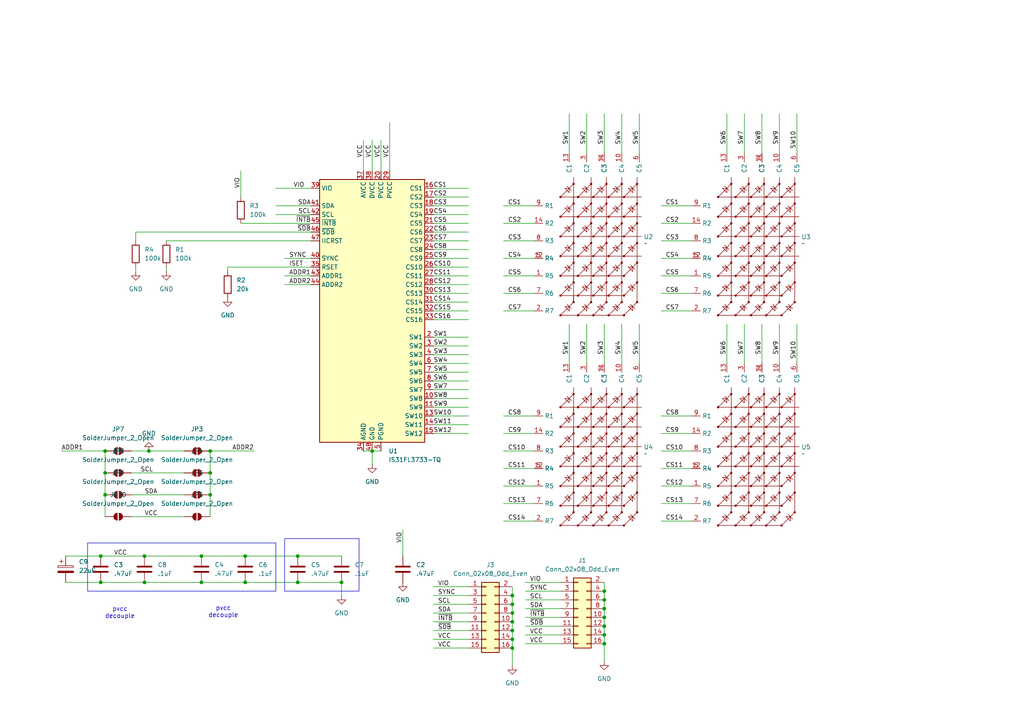
<source format=kicad_sch>
(kicad_sch (version 20231120) (generator "eeschema") (generator_version "8.0")
  (paper "A4")
  (lib_symbols
    (symbol "Connector_Generic:Conn_02x08_Odd_Even" (pin_names (offset 1.016) hide)
      (property "Reference" "J" (at 1.27 10.16 0))
      (property "Value" "Conn_02x08_Odd_Even" (at 1.27 -12.7 0))
      (symbol "Conn_02x08_Odd_Even_1_1"
        (rectangle (start -1.27 -10.033) (end 0 -10.287) (stroke (width 0.1524)))
        (rectangle (start -1.27 -7.493) (end 0 -7.747) (stroke (width 0.1524)))
        (rectangle (start -1.27 -4.953) (end 0 -5.207) (stroke (width 0.1524)))
        (rectangle (start -1.27 -2.413) (end 0 -2.667) (stroke (width 0.1524)))
        (rectangle (start -1.27 0.127) (end 0 -0.127) (stroke (width 0.1524)))
        (rectangle (start -1.27 2.667) (end 0 2.413) (stroke (width 0.1524)))
        (rectangle (start -1.27 5.207) (end 0 4.953) (stroke (width 0.1524)))
        (rectangle (start -1.27 7.747) (end 0 7.493) (stroke (width 0.1524)))
        (rectangle (start -1.27 8.89) (end 3.81 -11.43) (stroke (width 0.254)) (fill (type background)))
        (rectangle (start 3.81 -10.033) (end 2.54 -10.287) (stroke (width 0.1524)))
        (rectangle (start 3.81 -7.493) (end 2.54 -7.747) (stroke (width 0.1524)))
        (rectangle (start 3.81 -4.953) (end 2.54 -5.207) (stroke (width 0.1524)))
        (rectangle (start 3.81 -2.413) (end 2.54 -2.667) (stroke (width 0.1524)))
        (rectangle (start 3.81 0.127) (end 2.54 -0.127) (stroke (width 0.1524)))
        (rectangle (start 3.81 2.667) (end 2.54 2.413) (stroke (width 0.1524)))
        (rectangle (start 3.81 5.207) (end 2.54 4.953) (stroke (width 0.1524)))
        (rectangle (start 3.81 7.747) (end 2.54 7.493) (stroke (width 0.1524)))
        (pin passive line (at -5.08 7.62 0) (length 3.81) (name "Pin_1") (number "1"))
        (pin passive line (at 7.62 -2.54 180) (length 3.81) (name "Pin_10") (number "10"))
        (pin passive line (at -5.08 -5.08 0) (length 3.81) (name "Pin_11") (number "11"))
        (pin passive line (at 7.62 -5.08 180) (length 3.81) (name "Pin_12") (number "12"))
        (pin passive line (at -5.08 -7.62 0) (length 3.81) (name "Pin_13") (number "13"))
        (pin passive line (at 7.62 -7.62 180) (length 3.81) (name "Pin_14") (number "14"))
        (pin passive line (at -5.08 -10.16 0) (length 3.81) (name "Pin_15") (number "15"))
        (pin passive line (at 7.62 -10.16 180) (length 3.81) (name "Pin_16") (number "16"))
        (pin passive line (at 7.62 7.62 180) (length 3.81) (name "Pin_2") (number "2"))
        (pin passive line (at -5.08 5.08 0) (length 3.81) (name "Pin_3") (number "3"))
        (pin passive line (at 7.62 5.08 180) (length 3.81) (name "Pin_4") (number "4"))
        (pin passive line (at -5.08 2.54 0) (length 3.81) (name "Pin_5") (number "5"))
        (pin passive line (at 7.62 2.54 180) (length 3.81) (name "Pin_6") (number "6"))
        (pin passive line (at -5.08 0 0) (length 3.81) (name "Pin_7") (number "7"))
        (pin passive line (at 7.62 0 180) (length 3.81) (name "Pin_8") (number "8"))
        (pin passive line (at -5.08 -2.54 0) (length 3.81) (name "Pin_9") (number "9"))
      )
    )
    (symbol "Device:C" (pin_numbers hide) (pin_names (offset 0.254))
      (property "Reference" "C" (at 0.635 2.54 0))
      (property "Value" "C" (at 0.635 -2.54 0))
      (symbol "C_0_1"
        (polyline (pts (xy -2.032 -0.762) (xy 2.032 -0.762)) (stroke (width 0.508)))
        (polyline (pts (xy -2.032 0.762) (xy 2.032 0.762)) (stroke (width 0.508)))
      )
      (symbol "C_1_1"
        (pin passive line (at 0 3.81 270) (length 2.794) (name "~") (number "1"))
        (pin passive line (at 0 -3.81 90) (length 2.794) (name "~") (number "2"))
      )
    )
    (symbol "Device:C_Polarized" (pin_numbers hide) (pin_names (offset 0.254))
      (property "Reference" "C" (at 0.635 2.54 0))
      (property "Value" "C_Polarized" (at 0.635 -2.54 0))
      (symbol "C_Polarized_0_1"
        (rectangle (start -2.286 0.508) (end 2.286 1.016))
        (polyline (pts (xy -1.778 2.286) (xy -0.762 2.286)))
        (polyline (pts (xy -1.27 2.794) (xy -1.27 1.778)))
        (rectangle (start 2.286 -0.508) (end -2.286 -1.016) (fill (type outline)))
      )
      (symbol "C_Polarized_1_1"
        (pin passive line (at 0 3.81 270) (length 2.794) (name "~") (number "1"))
        (pin passive line (at 0 -3.81 90) (length 2.794) (name "~") (number "2"))
      )
    )
    (symbol "Device:R" (pin_numbers hide) (pin_names (offset 0))
      (property "Reference" "R" (at 2.032 0 90))
      (property "Value" "R" (at 0 0 90))
      (symbol "R_0_1"
        (rectangle (start -1.016 -2.54) (end 1.016 2.54) (stroke (width 0.254)))
      )
      (symbol "R_1_1"
        (pin passive line (at 0 3.81 270) (length 1.27) (name "~") (number "1"))
        (pin passive line (at 0 -3.81 90) (length 1.27) (name "~") (number "2"))
      )
    )
    (symbol "Driver_LED:IS31FL3733-TQ"
      (property "Reference" "U" (at 0 1.27 0))
      (property "Value" "IS31FL3733-TQ" (at 0 -1.27 0))
      (symbol "IS31FL3733-TQ_0_1"
        (rectangle (start -15.24 38.1) (end 15.24 -38.1) (stroke (width 0.254)) (fill (type background)))
      )
      (symbol "IS31FL3733-TQ_1_1"
        (pin no_connect line (at -15.24 -33.02 0) (length 2.54) hide (name "NC") (number "1"))
        (pin input line (at 17.78 -25.4 180) (length 2.54) (name "SW8") (number "10"))
        (pin input line (at 17.78 -27.94 180) (length 2.54) (name "SW9") (number "11"))
        (pin passive line (at 2.54 -40.64 90) (length 2.54) hide (name "PGND") (number "12"))
        (pin input line (at 17.78 -30.48 180) (length 2.54) (name "SW10") (number "13"))
        (pin input line (at 17.78 -33.02 180) (length 2.54) (name "SW11") (number "14"))
        (pin input line (at 17.78 -35.56 180) (length 2.54) (name "SW12") (number "15"))
        (pin output line (at 17.78 35.56 180) (length 2.54) (name "CS1") (number "16"))
        (pin output line (at 17.78 33.02 180) (length 2.54) (name "CS2") (number "17"))
        (pin output line (at 17.78 30.48 180) (length 2.54) (name "CS3") (number "18"))
        (pin output line (at 17.78 27.94 180) (length 2.54) (name "CS4") (number "19"))
        (pin input line (at 17.78 -7.62 180) (length 2.54) (name "SW1") (number "2"))
        (pin power_in line (at 2.54 40.64 270) (length 2.54) (name "PVCC") (number "20"))
        (pin output line (at 17.78 25.4 180) (length 2.54) (name "CS5") (number "21"))
        (pin output line (at 17.78 22.86 180) (length 2.54) (name "CS6") (number "22"))
        (pin output line (at 17.78 20.32 180) (length 2.54) (name "CS7") (number "23"))
        (pin output line (at 17.78 17.78 180) (length 2.54) (name "CS8") (number "24"))
        (pin output line (at 17.78 15.24 180) (length 2.54) (name "CS9") (number "25"))
        (pin output line (at 17.78 12.7 180) (length 2.54) (name "CS10") (number "26"))
        (pin output line (at 17.78 10.16 180) (length 2.54) (name "CS11") (number "27"))
        (pin output line (at 17.78 7.62 180) (length 2.54) (name "CS12") (number "28"))
        (pin power_in line (at 5.08 40.64 270) (length 2.54) (name "PVCC") (number "29"))
        (pin input line (at 17.78 -10.16 180) (length 2.54) (name "SW2") (number "3"))
        (pin output line (at 17.78 5.08 180) (length 2.54) (name "CS13") (number "30"))
        (pin output line (at 17.78 2.54 180) (length 2.54) (name "CS14") (number "31"))
        (pin output line (at 17.78 0 180) (length 2.54) (name "CS15") (number "32"))
        (pin output line (at 17.78 -2.54 180) (length 2.54) (name "CS16") (number "33"))
        (pin power_in line (at -2.54 -40.64 90) (length 2.54) (name "AGND") (number "34"))
        (pin passive line (at -17.78 12.7 0) (length 2.54) (name "RSET") (number "35"))
        (pin no_connect line (at -15.24 -35.56 0) (length 2.54) hide (name "NC") (number "36"))
        (pin power_in line (at -2.54 40.64 270) (length 2.54) (name "AVCC") (number "37"))
        (pin power_in line (at 0 40.64 270) (length 2.54) (name "DVCC") (number "38"))
        (pin input line (at -17.78 35.56 0) (length 2.54) (name "VIO") (number "39"))
        (pin input line (at 17.78 -12.7 180) (length 2.54) (name "SW3") (number "4"))
        (pin input line (at -17.78 15.24 0) (length 2.54) (name "SYNC") (number "40"))
        (pin bidirectional line (at -17.78 30.48 0) (length 2.54) (name "SDA") (number "41"))
        (pin input line (at -17.78 27.94 0) (length 2.54) (name "SCL") (number "42"))
        (pin input line (at -17.78 10.16 0) (length 2.54) (name "ADDR1") (number "43"))
        (pin input line (at -17.78 7.62 0) (length 2.54) (name "ADDR2") (number "44"))
        (pin open_collector line (at -17.78 25.4 0) (length 2.54) (name "~{INTB}") (number "45"))
        (pin input line (at -17.78 22.86 0) (length 2.54) (name "~{SDB}") (number "46"))
        (pin input line (at -17.78 20.32 0) (length 2.54) (name "IICRST") (number "47"))
        (pin power_in line (at 0 -40.64 90) (length 2.54) (name "GND") (number "48"))
        (pin passive line (at 0 -40.64 90) (length 2.54) hide (name "GND") (number "49"))
        (pin power_in line (at 2.54 -40.64 90) (length 2.54) (name "PGND") (number "5"))
        (pin input line (at 17.78 -15.24 180) (length 2.54) (name "SW4") (number "6"))
        (pin input line (at 17.78 -17.78 180) (length 2.54) (name "SW5") (number "7"))
        (pin input line (at 17.78 -20.32 180) (length 2.54) (name "SW6") (number "8"))
        (pin input line (at 17.78 -22.86 180) (length 2.54) (name "SW7") (number "9"))
      )
    )
    (symbol "Jumper:SolderJumper_2_Open" (pin_numbers hide) (pin_names (offset 0) hide) (exclude_from_sim yes) (in_bom no)
      (property "Reference" "JP" (at 0 2.032 0))
      (property "Value" "SolderJumper_2_Open" (at 0 -2.54 0))
      (symbol "SolderJumper_2_Open_0_1"
        (arc (start -0.254 1.016) (mid -1.2656 0) (end -0.254 -1.016))
        (arc (start -0.254 1.016) (mid -1.2656 0) (end -0.254 -1.016) (fill (type outline)))
        (polyline (pts (xy -0.254 1.016) (xy -0.254 -1.016)))
        (polyline (pts (xy 0.254 1.016) (xy 0.254 -1.016)))
        (arc (start 0.254 -1.016) (mid 1.2656 0) (end 0.254 1.016))
        (arc (start 0.254 -1.016) (mid 1.2656 0) (end 0.254 1.016) (fill (type outline)))
      )
      (symbol "SolderJumper_2_Open_1_1"
        (pin passive line (at -3.81 0 0) (length 2.54) (name "A") (number "1"))
        (pin passive line (at 3.81 0 180) (length 2.54) (name "B") (number "2"))
      )
    )
    (symbol "ledmatrix:lptl21157agbw2"
      (property "Reference" "U" (at 0 0 0))
      (symbol "lptl21157agbw2_0_1"
        (polyline (pts (xy -21.59 6.35) (xy -19.05 8.89)))
        (polyline (pts (xy -21.59 6.35) (xy -3.175 6.35)))
        (polyline (pts (xy -21.59 12.065) (xy -19.05 14.605)))
        (polyline (pts (xy -21.59 12.065) (xy -3.175 12.065)))
        (polyline (pts (xy -21.59 17.78) (xy -19.05 20.32)))
        (polyline (pts (xy -21.59 17.78) (xy -3.175 17.78)))
        (polyline (pts (xy -21.59 23.495) (xy -19.05 26.035)))
        (polyline (pts (xy -21.59 23.495) (xy 1.905 23.495)))
        (polyline (pts (xy -21.59 29.21) (xy -19.05 31.75)))
        (polyline (pts (xy -21.59 29.21) (xy 1.905 29.21)))
        (polyline (pts (xy -21.59 34.925) (xy -19.05 37.465)))
        (polyline (pts (xy -21.59 34.925) (xy 1.905 34.925)))
        (polyline (pts (xy -21.59 40.64) (xy -19.05 43.18)))
        (polyline (pts (xy -21.59 40.64) (xy 1.905 40.64)))
        (polyline (pts (xy -19.685 9.525) (xy -18.415 8.255)))
        (polyline (pts (xy -19.685 15.24) (xy -18.415 13.97)))
        (polyline (pts (xy -19.685 20.955) (xy -18.415 19.685)))
        (polyline (pts (xy -19.685 26.67) (xy -18.415 25.4)))
        (polyline (pts (xy -19.685 32.385) (xy -18.415 31.115)))
        (polyline (pts (xy -19.685 38.1) (xy -18.415 36.83)))
        (polyline (pts (xy -19.685 43.815) (xy -18.415 42.545)))
        (polyline (pts (xy -17.78 44.45) (xy -17.78 10.16)))
        (polyline (pts (xy -16.51 6.35) (xy -13.97 8.89)))
        (polyline (pts (xy -16.51 12.065) (xy -13.97 14.605)))
        (polyline (pts (xy -16.51 17.78) (xy -13.97 20.32)))
        (polyline (pts (xy -16.51 23.495) (xy -13.97 26.035)))
        (polyline (pts (xy -16.51 29.21) (xy -13.97 31.75)))
        (polyline (pts (xy -16.51 34.925) (xy -13.97 37.465)))
        (polyline (pts (xy -16.51 40.64) (xy -13.97 43.18)))
        (polyline (pts (xy -14.605 9.525) (xy -13.335 8.255)))
        (polyline (pts (xy -14.605 15.24) (xy -13.335 13.97)))
        (polyline (pts (xy -14.605 20.955) (xy -13.335 19.685)))
        (polyline (pts (xy -14.605 26.67) (xy -13.335 25.4)))
        (polyline (pts (xy -14.605 32.385) (xy -13.335 31.115)))
        (polyline (pts (xy -14.605 38.1) (xy -13.335 36.83)))
        (polyline (pts (xy -14.605 43.815) (xy -13.335 42.545)))
        (polyline (pts (xy -13.97 8.89) (xy -12.7 10.16)))
        (polyline (pts (xy -13.97 14.605) (xy -12.7 15.875)))
        (polyline (pts (xy -13.97 20.32) (xy -12.7 21.59)))
        (polyline (pts (xy -13.97 26.035) (xy -12.7 27.305)))
        (polyline (pts (xy -13.97 31.75) (xy -12.7 33.02)))
        (polyline (pts (xy -13.97 37.465) (xy -12.7 38.735)))
        (polyline (pts (xy -13.97 43.18) (xy -12.7 44.45)))
        (polyline (pts (xy -12.7 46.355) (xy -12.7 10.16)))
        (polyline (pts (xy -12.065 6.35) (xy -9.525 8.89)))
        (polyline (pts (xy -12.065 12.065) (xy -9.525 14.605)))
        (polyline (pts (xy -12.065 17.78) (xy -9.525 20.32)))
        (polyline (pts (xy -12.065 23.495) (xy -9.525 26.035)))
        (polyline (pts (xy -12.065 29.21) (xy -9.525 31.75)))
        (polyline (pts (xy -12.065 34.925) (xy -9.525 37.465)))
        (polyline (pts (xy -12.065 40.64) (xy -9.525 43.18)))
        (polyline (pts (xy -10.16 9.525) (xy -8.89 8.255)))
        (polyline (pts (xy -10.16 15.24) (xy -8.89 13.97)))
        (polyline (pts (xy -10.16 20.955) (xy -8.89 19.685)))
        (polyline (pts (xy -10.16 26.67) (xy -8.89 25.4)))
        (polyline (pts (xy -10.16 32.385) (xy -8.89 31.115)))
        (polyline (pts (xy -10.16 38.1) (xy -8.89 36.83)))
        (polyline (pts (xy -10.16 43.815) (xy -8.89 42.545)))
        (polyline (pts (xy -9.525 8.89) (xy -8.255 10.16)))
        (polyline (pts (xy -9.525 14.605) (xy -8.255 15.875)))
        (polyline (pts (xy -9.525 20.32) (xy -8.255 21.59)))
        (polyline (pts (xy -9.525 26.035) (xy -8.255 27.305)))
        (polyline (pts (xy -9.525 31.75) (xy -8.255 33.02)))
        (polyline (pts (xy -9.525 37.465) (xy -8.255 38.735)))
        (polyline (pts (xy -9.525 43.18) (xy -8.255 44.45)))
        (polyline (pts (xy -8.255 46.355) (xy -8.255 10.16)))
        (polyline (pts (xy -7.62 6.35) (xy -5.08 8.89)))
        (polyline (pts (xy -7.62 12.065) (xy -5.08 14.605)))
        (polyline (pts (xy -7.62 17.78) (xy -5.08 20.32)))
        (polyline (pts (xy -7.62 23.495) (xy -5.08 26.035)))
        (polyline (pts (xy -7.62 29.21) (xy -5.08 31.75)))
        (polyline (pts (xy -7.62 34.925) (xy -5.08 37.465)))
        (polyline (pts (xy -7.62 40.64) (xy -5.08 43.18)))
        (polyline (pts (xy -5.715 9.525) (xy -4.445 8.255)))
        (polyline (pts (xy -5.715 15.24) (xy -4.445 13.97)))
        (polyline (pts (xy -5.715 20.955) (xy -4.445 19.685)))
        (polyline (pts (xy -5.715 26.67) (xy -4.445 25.4)))
        (polyline (pts (xy -5.715 32.385) (xy -4.445 31.115)))
        (polyline (pts (xy -5.715 38.1) (xy -4.445 36.83)))
        (polyline (pts (xy -5.715 43.815) (xy -4.445 42.545)))
        (polyline (pts (xy -5.08 8.89) (xy -3.81 10.16)))
        (polyline (pts (xy -5.08 14.605) (xy -3.81 15.875)))
        (polyline (pts (xy -5.08 20.32) (xy -3.81 21.59)))
        (polyline (pts (xy -5.08 26.035) (xy -3.81 27.305)))
        (polyline (pts (xy -5.08 31.75) (xy -3.81 33.02)))
        (polyline (pts (xy -5.08 37.465) (xy -3.81 38.735)))
        (polyline (pts (xy -5.08 43.18) (xy -3.81 44.45)))
        (polyline (pts (xy -3.81 46.355) (xy -3.81 10.16)))
        (polyline (pts (xy -3.175 6.35) (xy -0.635 8.89)))
        (polyline (pts (xy -3.175 12.065) (xy -0.635 14.605)))
        (polyline (pts (xy -3.175 17.78) (xy -0.635 20.32)))
        (polyline (pts (xy -3.175 23.495) (xy -0.635 26.035)))
        (polyline (pts (xy -3.175 29.21) (xy -0.635 31.75)))
        (polyline (pts (xy -3.175 34.925) (xy -0.635 37.465)))
        (polyline (pts (xy -3.175 40.64) (xy -0.635 43.18)))
        (polyline (pts (xy -1.27 9.525) (xy 0 8.255)))
        (polyline (pts (xy -1.27 15.24) (xy 0 13.97)))
        (polyline (pts (xy -1.27 20.955) (xy 0 19.685)))
        (polyline (pts (xy -1.27 26.67) (xy 0 25.4)))
        (polyline (pts (xy -1.27 32.385) (xy 0 31.115)))
        (polyline (pts (xy -1.27 38.1) (xy 0 36.83)))
        (polyline (pts (xy -1.27 43.815) (xy 0 42.545)))
        (polyline (pts (xy -0.635 8.89) (xy 0.635 10.16)))
        (polyline (pts (xy -0.635 14.605) (xy 0.635 15.875)))
        (polyline (pts (xy -0.635 20.32) (xy 0.635 21.59)))
        (polyline (pts (xy -0.635 26.035) (xy 0.635 27.305)))
        (polyline (pts (xy -0.635 31.75) (xy 0.635 33.02)))
        (polyline (pts (xy -0.635 37.465) (xy 0.635 38.735)))
        (polyline (pts (xy -0.635 43.18) (xy 0.635 44.45)))
        (polyline (pts (xy 0.635 46.355) (xy 0.635 10.16)))
        (polyline (pts (xy -19.05 8.89) (xy -17.78 10.16) (xy -17.78 12.065)))
        (polyline (pts (xy -19.05 14.605) (xy -17.78 15.875) (xy -17.78 17.78)))
        (polyline (pts (xy -19.05 20.32) (xy -17.78 21.59) (xy -17.78 23.495)))
        (polyline (pts (xy -19.05 26.035) (xy -17.78 27.305) (xy -17.78 29.21)))
        (polyline (pts (xy -19.05 31.75) (xy -17.78 33.02) (xy -17.78 34.925)))
        (polyline (pts (xy -19.05 37.465) (xy -17.78 38.735) (xy -17.78 40.64)))
        (polyline (pts (xy -19.05 43.18) (xy -17.78 44.45) (xy -17.78 46.355)))
        (polyline (pts (xy -20.32 8.89) (xy -19.05 7.62) (xy -19.05 8.89) (xy -20.32 8.89)))
        (polyline (pts (xy -20.32 14.605) (xy -19.05 13.335) (xy -19.05 14.605) (xy -20.32 14.605)))
        (polyline (pts (xy -20.32 20.32) (xy -19.05 19.05) (xy -19.05 20.32) (xy -20.32 20.32)))
        (polyline (pts (xy -20.32 26.035) (xy -19.05 24.765) (xy -19.05 26.035) (xy -20.32 26.035)))
        (polyline (pts (xy -20.32 31.75) (xy -19.05 30.48) (xy -19.05 31.75) (xy -20.32 31.75)))
        (polyline (pts (xy -20.32 37.465) (xy -19.05 36.195) (xy -19.05 37.465) (xy -20.32 37.465)))
        (polyline (pts (xy -20.32 43.18) (xy -19.05 41.91) (xy -19.05 43.18) (xy -20.32 43.18)))
        (polyline (pts (xy -15.24 8.89) (xy -13.97 7.62) (xy -13.97 8.89) (xy -15.24 8.89)))
        (polyline (pts (xy -15.24 14.605) (xy -13.97 13.335) (xy -13.97 14.605) (xy -15.24 14.605)))
        (polyline (pts (xy -15.24 20.32) (xy -13.97 19.05) (xy -13.97 20.32) (xy -15.24 20.32)))
        (polyline (pts (xy -15.24 26.035) (xy -13.97 24.765) (xy -13.97 26.035) (xy -15.24 26.035)))
        (polyline (pts (xy -15.24 31.75) (xy -13.97 30.48) (xy -13.97 31.75) (xy -15.24 31.75)))
        (polyline (pts (xy -15.24 37.465) (xy -13.97 36.195) (xy -13.97 37.465) (xy -15.24 37.465)))
        (polyline (pts (xy -15.24 43.18) (xy -13.97 41.91) (xy -13.97 43.18) (xy -15.24 43.18)))
        (polyline (pts (xy -10.795 8.89) (xy -9.525 7.62) (xy -9.525 8.89) (xy -10.795 8.89)))
        (polyline (pts (xy -10.795 14.605) (xy -9.525 13.335) (xy -9.525 14.605) (xy -10.795 14.605)))
        (polyline (pts (xy -10.795 20.32) (xy -9.525 19.05) (xy -9.525 20.32) (xy -10.795 20.32)))
        (polyline (pts (xy -10.795 26.035) (xy -9.525 24.765) (xy -9.525 26.035) (xy -10.795 26.035)))
        (polyline (pts (xy -10.795 31.75) (xy -9.525 30.48) (xy -9.525 31.75) (xy -10.795 31.75)))
        (polyline (pts (xy -10.795 37.465) (xy -9.525 36.195) (xy -9.525 37.465) (xy -10.795 37.465)))
        (polyline (pts (xy -10.795 43.18) (xy -9.525 41.91) (xy -9.525 43.18) (xy -10.795 43.18)))
        (polyline (pts (xy -6.35 8.89) (xy -5.08 7.62) (xy -5.08 8.89) (xy -6.35 8.89)))
        (polyline (pts (xy -6.35 14.605) (xy -5.08 13.335) (xy -5.08 14.605) (xy -6.35 14.605)))
        (polyline (pts (xy -6.35 20.32) (xy -5.08 19.05) (xy -5.08 20.32) (xy -6.35 20.32)))
        (polyline (pts (xy -6.35 26.035) (xy -5.08 24.765) (xy -5.08 26.035) (xy -6.35 26.035)))
        (polyline (pts (xy -6.35 31.75) (xy -5.08 30.48) (xy -5.08 31.75) (xy -6.35 31.75)))
        (polyline (pts (xy -6.35 37.465) (xy -5.08 36.195) (xy -5.08 37.465) (xy -6.35 37.465)))
        (polyline (pts (xy -6.35 43.18) (xy -5.08 41.91) (xy -5.08 43.18) (xy -6.35 43.18)))
        (polyline (pts (xy -1.905 8.89) (xy -0.635 7.62) (xy -0.635 8.89) (xy -1.905 8.89)))
        (polyline (pts (xy -1.905 14.605) (xy -0.635 13.335) (xy -0.635 14.605) (xy -1.905 14.605)))
        (polyline (pts (xy -1.905 20.32) (xy -0.635 19.05) (xy -0.635 20.32) (xy -1.905 20.32)))
        (polyline (pts (xy -1.905 26.035) (xy -0.635 24.765) (xy -0.635 26.035) (xy -1.905 26.035)))
        (polyline (pts (xy -1.905 31.75) (xy -0.635 30.48) (xy -0.635 31.75) (xy -1.905 31.75)))
        (polyline (pts (xy -1.905 37.465) (xy -0.635 36.195) (xy -0.635 37.465) (xy -1.905 37.465)))
        (polyline (pts (xy -1.905 43.18) (xy -0.635 41.91) (xy -0.635 43.18) (xy -1.905 43.18)))
      )
      (symbol "lptl21157agbw2_1_1"
        (circle (center -21.59 6.35) (radius 0.254) (fill (type outline)))
        (circle (center -21.59 12.065) (radius 0.254) (fill (type outline)))
        (circle (center -21.59 17.78) (radius 0.254) (fill (type outline)))
        (circle (center -21.59 23.495) (radius 0.254) (fill (type outline)))
        (circle (center -21.59 29.21) (radius 0.254) (fill (type outline)))
        (circle (center -21.59 34.925) (radius 0.254) (fill (type outline)))
        (circle (center -21.59 40.64) (radius 0.254) (fill (type outline)))
        (circle (center -17.78 10.16) (radius 0.254) (fill (type outline)))
        (circle (center -17.78 15.875) (radius 0.254) (fill (type outline)))
        (circle (center -17.78 21.59) (radius 0.254) (fill (type outline)))
        (circle (center -17.78 27.305) (radius 0.254) (fill (type outline)))
        (circle (center -17.78 33.02) (radius 0.254) (fill (type outline)))
        (circle (center -17.78 38.735) (radius 0.254) (fill (type outline)))
        (circle (center -17.78 44.45) (radius 0.254) (fill (type outline)))
        (circle (center -16.51 6.35) (radius 0.254) (fill (type outline)))
        (circle (center -16.51 12.065) (radius 0.254) (fill (type outline)))
        (circle (center -16.51 17.78) (radius 0.254) (fill (type outline)))
        (circle (center -16.51 23.495) (radius 0.254) (fill (type outline)))
        (circle (center -16.51 29.21) (radius 0.254) (fill (type outline)))
        (circle (center -16.51 34.925) (radius 0.254) (fill (type outline)))
        (circle (center -16.51 40.64) (radius 0.254) (fill (type outline)))
        (circle (center -12.7 10.16) (radius 0.254) (fill (type outline)))
        (circle (center -12.7 15.875) (radius 0.254) (fill (type outline)))
        (circle (center -12.7 21.59) (radius 0.254) (fill (type outline)))
        (circle (center -12.7 27.305) (radius 0.254) (fill (type outline)))
        (circle (center -12.7 33.02) (radius 0.254) (fill (type outline)))
        (circle (center -12.7 38.735) (radius 0.254) (fill (type outline)))
        (circle (center -12.7 44.45) (radius 0.254) (fill (type outline)))
        (circle (center -12.065 6.35) (radius 0.254) (fill (type outline)))
        (circle (center -12.065 12.065) (radius 0.254) (fill (type outline)))
        (circle (center -12.065 17.78) (radius 0.254) (fill (type outline)))
        (circle (center -12.065 23.495) (radius 0.254) (fill (type outline)))
        (circle (center -12.065 29.21) (radius 0.254) (fill (type outline)))
        (circle (center -12.065 34.925) (radius 0.254) (fill (type outline)))
        (circle (center -12.065 40.64) (radius 0.254) (fill (type outline)))
        (circle (center -8.255 10.16) (radius 0.254) (fill (type outline)))
        (circle (center -8.255 15.875) (radius 0.254) (fill (type outline)))
        (circle (center -8.255 21.59) (radius 0.254) (fill (type outline)))
        (circle (center -8.255 27.305) (radius 0.254) (fill (type outline)))
        (circle (center -8.255 33.02) (radius 0.254) (fill (type outline)))
        (circle (center -8.255 38.735) (radius 0.254) (fill (type outline)))
        (circle (center -8.255 44.45) (radius 0.254) (fill (type outline)))
        (circle (center -7.62 6.35) (radius 0.254) (fill (type outline)))
        (circle (center -7.62 12.065) (radius 0.254) (fill (type outline)))
        (circle (center -7.62 17.78) (radius 0.254) (fill (type outline)))
        (circle (center -7.62 23.495) (radius 0.254) (fill (type outline)))
        (circle (center -7.62 29.21) (radius 0.254) (fill (type outline)))
        (circle (center -7.62 34.925) (radius 0.254) (fill (type outline)))
        (circle (center -7.62 40.64) (radius 0.254) (fill (type outline)))
        (circle (center -3.81 10.16) (radius 0.254) (fill (type outline)))
        (circle (center -3.81 15.875) (radius 0.254) (fill (type outline)))
        (circle (center -3.81 21.59) (radius 0.254) (fill (type outline)))
        (circle (center -3.81 27.305) (radius 0.254) (fill (type outline)))
        (circle (center -3.81 33.02) (radius 0.254) (fill (type outline)))
        (circle (center -3.81 38.735) (radius 0.254) (fill (type outline)))
        (circle (center -3.81 44.45) (radius 0.254) (fill (type outline)))
        (circle (center -3.175 6.35) (radius 0.254) (fill (type outline)))
        (circle (center -3.175 12.065) (radius 0.254) (fill (type outline)))
        (circle (center -3.175 17.78) (radius 0.254) (fill (type outline)))
        (circle (center -3.175 23.495) (radius 0.254) (fill (type outline)))
        (circle (center -3.175 29.21) (radius 0.254) (fill (type outline)))
        (circle (center -3.175 34.925) (radius 0.254) (fill (type outline)))
        (circle (center -3.175 40.64) (radius 0.254) (fill (type outline)))
        (circle (center 0.635 10.16) (radius 0.254) (fill (type outline)))
        (circle (center 0.635 15.875) (radius 0.254) (fill (type outline)))
        (circle (center 0.635 21.59) (radius 0.254) (fill (type outline)))
        (circle (center 0.635 27.305) (radius 0.254) (fill (type outline)))
        (circle (center 0.635 33.02) (radius 0.254) (fill (type outline)))
        (circle (center 0.635 38.735) (radius 0.254) (fill (type outline)))
        (circle (center 0.635 44.45) (radius 0.254) (fill (type outline)))
        (pin input line (at -29.21 17.78 0) (length 2.54) (name "R5") (number "1"))
        (pin input line (at -3.81 53.34 270) (length 2.54) (name "C4") (number "10"))
        (pin input line (at -8.89 53.34 270) (length 2.54) (name "C3") (number "11"))
        (pin input line (at -29.21 22.86 0) (length 2.54) (name "R4") (number "12"))
        (pin input line (at -19.05 53.34 270) (length 2.54) (name "C1") (number "13"))
        (pin input line (at -29.21 33.02 0) (length 2.54) (name "R2") (number "14"))
        (pin input line (at -29.21 7.62 0) (length 2.54) (name "R7") (number "2"))
        (pin input line (at -13.97 53.34 270) (length 2.54) (name "C2") (number "3"))
        (pin input line (at -8.89 53.34 270) (length 2.54) (name "C3") (number "4"))
        (pin input line (at -29.21 22.86 0) (length 2.54) (name "R4") (number "5"))
        (pin input line (at 1.27 53.34 270) (length 2.54) (name "C5") (number "6"))
        (pin input line (at -29.21 12.7 0) (length 2.54) (name "R6") (number "7"))
        (pin input line (at -29.21 27.94 0) (length 2.54) (name "R3") (number "8"))
        (pin input line (at -29.21 38.1 0) (length 2.54) (name "R1") (number "9"))
      )
    )
    (symbol "power:GND" (power) (pin_numbers hide) (pin_names (offset 0) hide)
      (property "Value" "GND" (at 0 -3.81 0))
      (symbol "GND_0_1"
        (polyline (pts (xy 0 0) (xy 0 -1.27) (xy 1.27 -1.27) (xy 0 -2.54) (xy -1.27 -1.27) (xy 0 -1.27)))
      )
      (symbol "GND_1_1"
        (pin power_in line (at 0 0 270) (length 0) (name "~") (number "1"))
      )
    )
  )
  (junction (at 43.18 130.81))
  (junction (at 29.21 161.29))
  (junction (at 71.12 161.29))
  (junction (at 58.42 161.29))
  (junction (at 148.59 172.72))
  (junction (at 175.26 173.99))
  (junction (at 58.42 168.91))
  (junction (at 86.36 168.91))
  (junction (at 60.96 143.51))
  (junction (at 86.36 161.29))
  (junction (at 30.48 130.81))
  (junction (at 41.91 168.91))
  (junction (at 175.26 179.07))
  (junction (at 175.26 181.61))
  (junction (at 148.59 182.88))
  (junction (at 29.21 168.91))
  (junction (at 41.91 161.29))
  (junction (at 148.59 185.42))
  (junction (at 175.26 171.45))
  (junction (at 148.59 175.26))
  (junction (at 99.06 168.91))
  (junction (at 30.48 143.51))
  (junction (at 107.95 130.81))
  (junction (at 60.96 137.16))
  (junction (at 148.59 177.8))
  (junction (at 148.59 187.96))
  (junction (at 60.96 130.81))
  (junction (at 30.48 137.16))
  (junction (at 148.59 180.34))
  (junction (at 71.12 168.91))
  (junction (at 175.26 186.69))
  (junction (at 175.26 184.15))
  (junction (at 175.26 176.53))
  (wire (pts (xy 30.48 130.81) (xy 17.78 130.81)))
  (wire (pts (xy 86.36 161.29) (xy 99.06 161.29)))
  (wire (pts (xy 148.59 185.42) (xy 148.59 187.96)))
  (wire (pts (xy 125.73 120.65) (xy 135.89 120.65)))
  (wire (pts (xy 175.26 179.07) (xy 175.26 181.61)))
  (wire (pts (xy 175.26 181.61) (xy 175.26 184.15)))
  (wire (pts (xy 125.73 97.79) (xy 135.89 97.79)))
  (wire (pts (xy 125.73 187.96) (xy 135.89 187.96)))
  (wire (pts (xy 220.98 44.45) (xy 220.98 33.02)))
  (wire (pts (xy 41.91 161.29) (xy 58.42 161.29)))
  (wire (pts (xy 125.73 92.71) (xy 135.89 92.71)))
  (wire (pts (xy 154.94 125.73) (xy 146.05 125.73)))
  (wire (pts (xy 82.55 74.93) (xy 90.17 74.93)))
  (wire (pts (xy 125.73 90.17) (xy 135.89 90.17)))
  (wire (pts (xy 125.73 113.03) (xy 135.89 113.03)))
  (wire (pts (xy 41.91 168.91) (xy 58.42 168.91)))
  (wire (pts (xy 154.94 90.17) (xy 146.05 90.17)))
  (wire (pts (xy 200.66 85.09) (xy 191.77 85.09)))
  (wire (pts (xy 215.9 105.41) (xy 215.9 93.98)))
  (wire (pts (xy 154.94 74.93) (xy 146.05 74.93)))
  (wire (pts (xy 125.73 107.95) (xy 135.89 107.95)))
  (wire (pts (xy 125.73 54.61) (xy 135.89 54.61)))
  (wire (pts (xy 185.42 105.41) (xy 185.42 93.98)))
  (wire (pts (xy 125.73 105.41) (xy 135.89 105.41)))
  (wire (pts (xy 154.94 146.05) (xy 146.05 146.05)))
  (wire (pts (xy 125.73 102.87) (xy 135.89 102.87)))
  (wire (pts (xy 125.73 57.15) (xy 135.89 57.15)))
  (wire (pts (xy 30.48 143.51) (xy 30.48 149.86)))
  (wire (pts (xy 125.73 118.11) (xy 135.89 118.11)))
  (wire (pts (xy 200.66 130.81) (xy 191.77 130.81)))
  (wire (pts (xy 69.85 64.77) (xy 90.17 64.77)))
  (wire (pts (xy 165.1 44.45) (xy 165.1 33.02)))
  (wire (pts (xy 231.14 44.45) (xy 231.14 33.02)))
  (wire (pts (xy 152.4 173.99) (xy 162.56 173.99)))
  (wire (pts (xy 66.04 77.47) (xy 90.17 77.47)))
  (wire (pts (xy 39.37 67.31) (xy 90.17 67.31)))
  (wire (pts (xy 152.4 168.91) (xy 162.56 168.91)))
  (wire (pts (xy 29.21 168.91) (xy 41.91 168.91)))
  (wire (pts (xy 152.4 184.15) (xy 162.56 184.15)))
  (wire (pts (xy 48.26 69.85) (xy 90.17 69.85)))
  (wire (pts (xy 107.95 130.81) (xy 110.49 130.81)))
  (wire (pts (xy 154.94 59.69) (xy 146.05 59.69)))
  (wire (pts (xy 116.84 153.67) (xy 116.84 161.29)))
  (wire (pts (xy 154.94 120.65) (xy 146.05 120.65)))
  (wire (pts (xy 80.01 54.61) (xy 90.17 54.61)))
  (wire (pts (xy 154.94 151.13) (xy 146.05 151.13)))
  (wire (pts (xy 66.04 77.47) (xy 66.04 78.74)))
  (wire (pts (xy 48.26 78.74) (xy 48.26 77.47)))
  (wire (pts (xy 226.06 44.45) (xy 226.06 33.02)))
  (wire (pts (xy 38.1 149.86) (xy 53.34 149.86)))
  (wire (pts (xy 154.94 135.89) (xy 146.05 135.89)))
  (wire (pts (xy 29.21 161.29) (xy 41.91 161.29)))
  (wire (pts (xy 125.73 64.77) (xy 135.89 64.77)))
  (wire (pts (xy 125.73 115.57) (xy 135.89 115.57)))
  (wire (pts (xy 125.73 85.09) (xy 135.89 85.09)))
  (wire (pts (xy 30.48 137.16) (xy 30.48 143.51)))
  (wire (pts (xy 125.73 72.39) (xy 135.89 72.39)))
  (wire (pts (xy 125.73 182.88) (xy 135.89 182.88)))
  (wire (pts (xy 58.42 168.91) (xy 71.12 168.91)))
  (wire (pts (xy 39.37 67.31) (xy 39.37 69.85)))
  (wire (pts (xy 200.66 59.69) (xy 191.77 59.69)))
  (wire (pts (xy 125.73 59.69) (xy 135.89 59.69)))
  (wire (pts (xy 38.1 130.81) (xy 43.18 130.81)))
  (wire (pts (xy 43.18 130.81) (xy 53.34 130.81)))
  (wire (pts (xy 90.17 80.01) (xy 82.55 80.01)))
  (wire (pts (xy 154.94 85.09) (xy 146.05 85.09)))
  (wire (pts (xy 175.26 176.53) (xy 175.26 179.07)))
  (wire (pts (xy 86.36 168.91) (xy 99.06 168.91)))
  (wire (pts (xy 152.4 171.45) (xy 162.56 171.45)))
  (wire (pts (xy 38.1 137.16) (xy 53.34 137.16)))
  (wire (pts (xy 200.66 74.93) (xy 191.77 74.93)))
  (wire (pts (xy 125.73 185.42) (xy 135.89 185.42)))
  (wire (pts (xy 125.73 80.01) (xy 135.89 80.01)))
  (wire (pts (xy 215.9 44.45) (xy 215.9 33.02)))
  (wire (pts (xy 125.73 74.93) (xy 135.89 74.93)))
  (wire (pts (xy 148.59 180.34) (xy 148.59 182.88)))
  (wire (pts (xy 226.06 105.41) (xy 226.06 93.98)))
  (wire (pts (xy 39.37 78.74) (xy 39.37 77.47)))
  (wire (pts (xy 125.73 123.19) (xy 135.89 123.19)))
  (wire (pts (xy 152.4 181.61) (xy 162.56 181.61)))
  (wire (pts (xy 125.73 110.49) (xy 135.89 110.49)))
  (wire (pts (xy 191.77 140.97) (xy 200.66 140.97)))
  (wire (pts (xy 152.4 179.07) (xy 162.56 179.07)))
  (wire (pts (xy 165.1 105.41) (xy 165.1 93.98)))
  (wire (pts (xy 125.73 170.18) (xy 135.89 170.18)))
  (wire (pts (xy 125.73 87.63) (xy 135.89 87.63)))
  (wire (pts (xy 125.73 100.33) (xy 135.89 100.33)))
  (wire (pts (xy 154.94 69.85) (xy 146.05 69.85)))
  (wire (pts (xy 220.98 105.41) (xy 220.98 93.98)))
  (wire (pts (xy 125.73 125.73) (xy 135.89 125.73)))
  (wire (pts (xy 60.96 137.16) (xy 60.96 143.51)))
  (wire (pts (xy 200.66 151.13) (xy 191.77 151.13)))
  (wire (pts (xy 200.66 64.77) (xy 191.77 64.77)))
  (wire (pts (xy 175.26 105.41) (xy 175.26 93.98)))
  (wire (pts (xy 210.82 44.45) (xy 210.82 33.02)))
  (wire (pts (xy 152.4 176.53) (xy 162.56 176.53)))
  (wire (pts (xy 175.26 173.99) (xy 175.26 176.53)))
  (wire (pts (xy 125.73 180.34) (xy 135.89 180.34)))
  (wire (pts (xy 200.66 146.05) (xy 191.77 146.05)))
  (wire (pts (xy 110.49 40.64) (xy 110.49 49.53)))
  (wire (pts (xy 90.17 62.23) (xy 80.01 62.23)))
  (wire (pts (xy 175.26 171.45) (xy 175.26 173.99)))
  (wire (pts (xy 125.73 77.47) (xy 135.89 77.47)))
  (wire (pts (xy 170.18 44.45) (xy 170.18 33.02)))
  (wire (pts (xy 105.41 130.81) (xy 107.95 130.81)))
  (wire (pts (xy 113.03 49.53) (xy 113.03 35.56)))
  (wire (pts (xy 90.17 82.55) (xy 82.55 82.55)))
  (wire (pts (xy 71.12 168.91) (xy 86.36 168.91)))
  (wire (pts (xy 125.73 67.31) (xy 135.89 67.31)))
  (wire (pts (xy 154.94 130.81) (xy 146.05 130.81)))
  (wire (pts (xy 107.95 130.81) (xy 107.95 134.62)))
  (wire (pts (xy 125.73 175.26) (xy 135.89 175.26)))
  (wire (pts (xy 19.05 168.91) (xy 29.21 168.91)))
  (wire (pts (xy 210.82 105.41) (xy 210.82 93.98)))
  (wire (pts (xy 105.41 40.64) (xy 105.41 49.53)))
  (wire (pts (xy 175.26 186.69) (xy 175.26 191.77)))
  (wire (pts (xy 38.1 143.51) (xy 53.34 143.51)))
  (wire (pts (xy 125.73 69.85) (xy 135.89 69.85)))
  (wire (pts (xy 146.05 140.97) (xy 154.94 140.97)))
  (wire (pts (xy 148.59 172.72) (xy 148.59 175.26)))
  (wire (pts (xy 125.73 177.8) (xy 135.89 177.8)))
  (wire (pts (xy 148.59 175.26) (xy 148.59 177.8)))
  (wire (pts (xy 175.26 184.15) (xy 175.26 186.69)))
  (wire (pts (xy 125.73 172.72) (xy 135.89 172.72)))
  (wire (pts (xy 99.06 168.91) (xy 99.06 172.72)))
  (wire (pts (xy 154.94 80.01) (xy 146.05 80.01)))
  (wire (pts (xy 231.14 105.41) (xy 231.14 93.98)))
  (wire (pts (xy 200.66 120.65) (xy 191.77 120.65)))
  (wire (pts (xy 200.66 135.89) (xy 191.77 135.89)))
  (wire (pts (xy 30.48 130.81) (xy 30.48 137.16)))
  (wire (pts (xy 60.96 130.81) (xy 60.96 137.16)))
  (wire (pts (xy 200.66 125.73) (xy 191.77 125.73)))
  (wire (pts (xy 148.59 182.88) (xy 148.59 185.42)))
  (wire (pts (xy 90.17 59.69) (xy 80.01 59.69)))
  (wire (pts (xy 152.4 186.69) (xy 162.56 186.69)))
  (wire (pts (xy 125.73 82.55) (xy 135.89 82.55)))
  (wire (pts (xy 58.42 161.29) (xy 71.12 161.29)))
  (wire (pts (xy 185.42 44.45) (xy 185.42 33.02)))
  (wire (pts (xy 125.73 62.23) (xy 135.89 62.23)))
  (wire (pts (xy 60.96 130.81) (xy 73.66 130.81)))
  (wire (pts (xy 175.26 168.91) (xy 175.26 171.45)))
  (wire (pts (xy 175.26 44.45) (xy 175.26 33.02)))
  (wire (pts (xy 200.66 80.01) (xy 191.77 80.01)))
  (wire (pts (xy 200.66 90.17) (xy 191.77 90.17)))
  (wire (pts (xy 154.94 64.77) (xy 146.05 64.77)))
  (wire (pts (xy 200.66 69.85) (xy 191.77 69.85)))
  (wire (pts (xy 60.96 143.51) (xy 60.96 149.86)))
  (wire (pts (xy 69.85 49.53) (xy 69.85 57.15)))
  (wire (pts (xy 148.59 177.8) (xy 148.59 180.34)))
  (wire (pts (xy 170.18 105.41) (xy 170.18 93.98)))
  (wire (pts (xy 107.95 40.64) (xy 107.95 49.53)))
  (wire (pts (xy 71.12 161.29) (xy 86.36 161.29)))
  (wire (pts (xy 19.05 161.29) (xy 29.21 161.29)))
  (wire (pts (xy 180.34 105.41) (xy 180.34 93.98)))
  (wire (pts (xy 148.59 170.18) (xy 148.59 172.72)))
  (wire (pts (xy 180.34 44.45) (xy 180.34 33.02)))
  (wire (pts (xy 148.59 187.96) (xy 148.59 193.04)))
  (rectangle (start 25.4 157.48) (end 80.01 171.45))
  (rectangle (start 82.55 156.21) (end 104.14 171.45))
  (text "pvcc\ndecouple" (at 34.798 177.8 0) (effects (font (size 1.27 1.27))))
  (text "pvcc\ndecouple" (at 64.77 177.546 0) (effects (font (size 1.27 1.27))))
  (label "VCC" (at 41.91 149.86 0))
  (label "VCC" (at 153.67 184.15 0))
  (label "VCC" (at 113.03 45.72 90))
  (label "CS4" (at 147.32 74.93 0))
  (label "CS14" (at 147.32 151.13 0))
  (label "SW2" (at 125.73 100.33 0))
  (label "SW4" (at 180.34 41.91 90))
  (label "~{SDB}" (at 90.17 67.31 180))
  (label "SCL" (at 90.17 62.23 180))
  (label "SW10" (at 125.73 120.65 0))
  (label "SW9" (at 226.06 102.87 90))
  (label "VCC" (at 127 187.96 0))
  (label "SW10" (at 231.14 104.14 90))
  (label "CS8" (at 147.32 120.65 0))
  (label "CS2" (at 193.04 64.77 0))
  (label "VCC" (at 107.95 45.72 90))
  (label "CS13" (at 147.32 146.05 0))
  (label "SDA" (at 127 177.8 0))
  (label "SW12" (at 125.73 125.73 0))
  (label "ADDR1" (at 24.13 130.81 180))
  (label "CS6" (at 193.04 85.09 0))
  (label "~{INTB}" (at 153.67 179.07 0))
  (label "SW5" (at 185.42 102.87 90))
  (label "CS14" (at 125.73 87.63 0))
  (label "SW2" (at 170.18 102.87 90))
  (label "SW9" (at 125.73 118.11 0))
  (label "SW7" (at 215.9 41.91 90))
  (label "SYNC" (at 83.82 74.93 0))
  (label "SW7" (at 125.73 113.03 0))
  (label "CS4" (at 193.04 74.93 0))
  (label "CS14" (at 193.04 151.13 0))
  (label "ADDR2" (at 83.82 82.55 0))
  (label "CS9" (at 193.04 125.73 0))
  (label "SDA" (at 90.17 59.69 180))
  (label "SW7" (at 215.9 102.87 90))
  (label "CS11" (at 125.73 80.01 0))
  (label "CS13" (at 193.04 146.05 0))
  (label "CS11" (at 147.32 135.89 0))
  (label "CS16" (at 125.73 92.71 0))
  (label "CS9" (at 125.73 74.93 0))
  (label "SCL" (at 153.67 173.99 0))
  (label "VCC" (at 33.02 161.29 0))
  (label "SW4" (at 180.34 102.87 90))
  (label "CS3" (at 193.04 69.85 0))
  (label "CS1" (at 147.32 59.69 0))
  (label "CS7" (at 193.04 90.17 0))
  (label "CS5" (at 193.04 80.01 0))
  (label "SYNC" (at 127 172.72 0))
  (label "CS3" (at 147.32 69.85 0))
  (label "CS2" (at 147.32 64.77 0))
  (label "CS11" (at 193.04 135.89 0))
  (label "CS2" (at 125.73 57.15 0))
  (label "CS10" (at 193.04 130.81 0))
  (label "SDA" (at 153.67 176.53 0))
  (label "SW3" (at 125.73 102.87 0))
  (label "CS3" (at 125.73 59.69 0))
  (label "CS12" (at 147.32 140.97 0))
  (label "~{INTB}" (at 127 180.34 0))
  (label "SW6" (at 210.82 102.87 90))
  (label "VIO" (at 69.85 54.61 90))
  (label "SW3" (at 175.26 41.91 90))
  (label "ADDR2" (at 67.31 130.81 0))
  (label "SW10" (at 231.14 43.18 90))
  (label "SW8" (at 125.73 115.57 0))
  (label "SW1" (at 125.73 97.79 0))
  (label "VIO" (at 116.84 157.48 90))
  (label "SDA" (at 41.91 143.51 0))
  (label "CS1" (at 193.04 59.69 0))
  (label "ISET" (at 83.82 77.47 0))
  (label "CS12" (at 125.73 82.55 0))
  (label "~{SDB}" (at 127 182.88 0))
  (label "SW11" (at 125.73 123.19 0))
  (label "SW1" (at 165.1 41.91 90))
  (label "CS6" (at 125.73 67.31 0))
  (label "VCC" (at 110.49 45.72 90))
  (label "SW9" (at 226.06 41.91 90))
  (label "VIO" (at 153.67 168.91 0))
  (label "SYNC" (at 153.67 171.45 0))
  (label "SW1" (at 165.1 102.87 90))
  (label "SW2" (at 170.18 41.91 90))
  (label "SW6" (at 125.73 110.49 0))
  (label "CS10" (at 147.32 130.81 0))
  (label "VCC" (at 127 185.42 0))
  (label "SW5" (at 185.42 41.91 90))
  (label "CS5" (at 147.32 80.01 0))
  (label "VCC" (at 105.41 45.72 90))
  (label "CS8" (at 193.04 120.65 0))
  (label "CS1" (at 125.73 54.61 0))
  (label "CS7" (at 125.73 69.85 0))
  (label "SW8" (at 220.98 102.87 90))
  (label "CS15" (at 125.73 90.17 0))
  (label "SCL" (at 127 175.26 0))
  (label "CS8" (at 125.73 72.39 0))
  (label "CS4" (at 125.73 62.23 0))
  (label "SW4" (at 125.73 105.41 0))
  (label "CS6" (at 147.32 85.09 0))
  (label "SW3" (at 175.26 102.87 90))
  (label "ADDR1" (at 83.82 80.01 0))
  (label "CS10" (at 125.73 77.47 0))
  (label "CS12" (at 193.04 140.97 0))
  (label "CS7" (at 147.32 90.17 0))
  (label "CS5" (at 125.73 64.77 0))
  (label "SW6" (at 210.82 41.91 90))
  (label "VCC" (at 153.67 186.69 0))
  (label "SW5" (at 125.73 107.95 0))
  (label "CS9" (at 147.32 125.73 0))
  (label "CS13" (at 125.73 85.09 0))
  (label "~{SDB}" (at 153.67 181.61 0))
  (label "VIO" (at 127 170.18 0))
  (label "SCL" (at 44.45 137.16 180))
  (label "~{INTB}" (at 90.17 64.77 180))
  (label "VIO" (at 85.09 54.61 0))
  (label "SW8" (at 220.98 41.91 90))
  (symbol (lib_id "Jumper:SolderJumper_2_Open") (at 57.15 137.16 0) (unit 1) (exclude_from_sim yes) (in_bom no)
    (property "Reference" "JP4" (at 57.15 130.81 0))
    (property "Value" "SolderJumper_2_Open" (at 57.15 133.35 0))
    (property "Footprint" "Jumper:SolderJumper-2_P1.3mm_Open_TrianglePad1.0x1.5mm" (effects (hide yes)))
    (property "Description" "Solder Jumper, 2-pole, open" (effects (hide yes)))
  )
  (symbol (lib_id "Connector_Generic:Conn_02x08_Odd_Even") (at 140.97 177.8 0) (unit 1)
    (property "Reference" "J3" (at 142.24 163.83 0))
    (property "Value" "Conn_02x08_Odd_Even" (at 142.24 166.37 0))
    (property "Footprint" "Connector_IDC:IDC-Header_2x08_P2.54mm_Vertical_SMD" (effects (hide yes)))
    (property "Description" "Generic connector, double row, 02x08, odd/even pin numbering scheme (row 1 odd numbers, row 2 even numbers), script generated (kicad-library-utils/schlib/autogen/connector/)" (effects (hide yes)))
    (property "LCSC" "C4749181" (effects (hide yes)))
  )
  (symbol (lib_id "Device:R") (at 69.85 60.96 0) (unit 1)
    (property "Reference" "R3" (at 72.39 59.6899 0) (effects (justify left)))
    (property "Value" "100k" (at 72.39 62.2299 0) (effects (justify left)))
    (property "Footprint" "Resistor_SMD:R_0805_2012Metric" (effects (hide yes)))
    (property "Description" "Resistor" (effects (hide yes)))
  )
  (symbol (lib_id "Device:C") (at 116.84 165.1 0) (unit 1)
    (property "Reference" "C2" (at 120.65 163.8299 0) (effects (justify left)))
    (property "Value" ".47uF" (at 120.65 166.3699 0) (effects (justify left)))
    (property "Footprint" "Capacitor_SMD:C_0805_2012Metric" (effects (hide yes)))
    (property "Description" "Unpolarized capacitor" (effects (hide yes)))
  )
  (symbol (lib_id "Device:C") (at 41.91 165.1 0) (unit 1)
    (property "Reference" "C8" (at 45.72 163.8299 0) (effects (justify left)))
    (property "Value" ".1uF" (at 45.72 166.3699 0) (effects (justify left)))
    (property "Footprint" "Capacitor_SMD:C_0805_2012Metric" (effects (hide yes)))
    (property "Description" "Unpolarized capacitor" (effects (hide yes)))
  )
  (symbol (lib_id "Driver_LED:IS31FL3733-TQ") (at 107.95 90.17 0) (unit 1)
    (property "Reference" "U1" (at 112.6841 130.81 0) (effects (justify left)))
    (property "Value" "IS31FL3733-TQ" (at 112.6841 133.35 0) (effects (justify left)))
    (property "Footprint" "Package_DFN_QFN:QFN-48-1EP_6x6mm_P0.4mm_EP4.2x4.2mm" (effects (hide yes)))
    (property "Datasheet" "http://www.issi.com/WW/pdf/IS31FL3733.pdf" (effects (hide yes)))
    (property "Description" "12x16 LED matrix driver with 8-bit PWM and breathing, TQFP-48" (effects (hide yes)))
  )
  (symbol (lib_id "power:GND") (at 116.84 168.91 0) (unit 1)
    (property "Reference" "#PWR08" (effects (hide yes)))
    (property "Value" "GND" (at 116.84 173.99 0))
    (property "Description" "Power symbol creates a global label with name \"GND\" , ground" (effects (hide yes)))
  )
  (symbol (lib_id "ledmatrix:lptl21157agbw2") (at 184.15 97.79 0) (unit 1)
    (property "Reference" "U2" (at 186.69 68.7069 0) (effects (justify left)))
    (property "Value" "~" (at 186.69 70.612 0) (effects (justify left)))
    (property "Footprint" "led:LPTL21157AGBW2" (effects (hide yes)))
  )
  (symbol (lib_id "ledmatrix:lptl21157agbw2") (at 229.87 158.75 0) (unit 1)
    (property "Reference" "U5" (at 232.41 129.6669 0) (effects (justify left)))
    (property "Value" "~" (at 232.41 131.572 0) (effects (justify left)))
    (property "Footprint" "led:LPTL21157AGBW2" (effects (hide yes)))
  )
  (symbol (lib_id "Device:C") (at 99.06 165.1 0) (unit 1)
    (property "Reference" "C7" (at 102.87 163.8299 0) (effects (justify left)))
    (property "Value" ".1uF" (at 102.87 166.3699 0) (effects (justify left)))
    (property "Footprint" "Capacitor_SMD:C_0805_2012Metric" (effects (hide yes)))
    (property "Description" "Unpolarized capacitor" (effects (hide yes)))
  )
  (symbol (lib_id "power:GND") (at 48.26 78.74 0) (unit 1)
    (property "Reference" "#PWR01" (effects (hide yes)))
    (property "Value" "GND" (at 48.26 83.82 0))
    (property "Description" "Power symbol creates a global label with name \"GND\" , ground" (effects (hide yes)))
  )
  (symbol (lib_id "Jumper:SolderJumper_2_Open") (at 57.15 143.51 0) (unit 1) (exclude_from_sim yes) (in_bom no)
    (property "Reference" "JP5" (at 57.15 137.16 0))
    (property "Value" "SolderJumper_2_Open" (at 57.15 139.7 0))
    (property "Footprint" "Jumper:SolderJumper-2_P1.3mm_Open_TrianglePad1.0x1.5mm" (effects (hide yes)))
    (property "Description" "Solder Jumper, 2-pole, open" (effects (hide yes)))
  )
  (symbol (lib_id "power:GND") (at 148.59 193.04 0) (unit 1)
    (property "Reference" "#PWR04" (effects (hide yes)))
    (property "Value" "GND" (at 148.59 198.12 0))
    (property "Description" "Power symbol creates a global label with name \"GND\" , ground" (effects (hide yes)))
  )
  (symbol (lib_id "Jumper:SolderJumper_2_Open") (at 34.29 130.81 0) (mirror y) (unit 1) (exclude_from_sim yes) (in_bom no)
    (property "Reference" "JP7" (at 34.29 124.46 0))
    (property "Value" "SolderJumper_2_Open" (at 34.29 127 0))
    (property "Footprint" "Jumper:SolderJumper-2_P1.3mm_Open_TrianglePad1.0x1.5mm" (effects (hide yes)))
    (property "Description" "Solder Jumper, 2-pole, open" (effects (hide yes)))
  )
  (symbol (lib_id "Device:R") (at 39.37 73.66 0) (unit 1)
    (property "Reference" "R4" (at 41.91 72.3899 0) (effects (justify left)))
    (property "Value" "100k" (at 41.91 74.9299 0) (effects (justify left)))
    (property "Footprint" "Resistor_SMD:R_0805_2012Metric" (effects (hide yes)))
    (property "Description" "Resistor" (effects (hide yes)))
  )
  (symbol (lib_id "ledmatrix:lptl21157agbw2") (at 184.15 158.75 0) (unit 1)
    (property "Reference" "U4" (at 186.69 129.6669 0) (effects (justify left)))
    (property "Value" "~" (at 186.69 131.572 0) (effects (justify left)))
    (property "Footprint" "led:LPTL21157AGBW2" (effects (hide yes)))
  )
  (symbol (lib_id "Jumper:SolderJumper_2_Open") (at 57.15 130.81 0) (unit 1) (exclude_from_sim yes) (in_bom no)
    (property "Reference" "JP3" (at 57.15 124.46 0))
    (property "Value" "SolderJumper_2_Open" (at 57.15 127 0))
    (property "Footprint" "Jumper:SolderJumper-2_P1.3mm_Open_TrianglePad1.0x1.5mm" (effects (hide yes)))
    (property "Description" "Solder Jumper, 2-pole, open" (effects (hide yes)))
  )
  (symbol (lib_id "power:GND") (at 66.04 86.36 0) (unit 1)
    (property "Reference" "#PWR05" (effects (hide yes)))
    (property "Value" "GND" (at 66.04 91.44 0))
    (property "Description" "Power symbol creates a global label with name \"GND\" , ground" (effects (hide yes)))
  )
  (symbol (lib_id "Device:C") (at 29.21 165.1 0) (unit 1)
    (property "Reference" "C3" (at 33.02 163.8299 0) (effects (justify left)))
    (property "Value" ".47uF" (at 33.02 166.3699 0) (effects (justify left)))
    (property "Footprint" "Capacitor_SMD:C_0805_2012Metric" (effects (hide yes)))
    (property "Description" "Unpolarized capacitor" (effects (hide yes)))
  )
  (symbol (lib_id "Jumper:SolderJumper_2_Open") (at 34.29 143.51 0) (mirror y) (unit 1) (exclude_from_sim yes) (in_bom no)
    (property "Reference" "JP9" (at 34.29 137.16 0))
    (property "Value" "SolderJumper_2_Open" (at 34.29 139.7 0))
    (property "Footprint" "Jumper:SolderJumper-2_P1.3mm_Open_TrianglePad1.0x1.5mm" (effects (hide yes)))
    (property "Description" "Solder Jumper, 2-pole, open" (effects (hide yes)))
  )
  (symbol (lib_id "power:GND") (at 39.37 78.74 0) (unit 1)
    (property "Reference" "#PWR09" (effects (hide yes)))
    (property "Value" "GND" (at 39.37 83.82 0))
    (property "Description" "Power symbol creates a global label with name \"GND\" , ground" (effects (hide yes)))
  )
  (symbol (lib_id "ledmatrix:lptl21157agbw2") (at 229.87 97.79 0) (unit 1)
    (property "Reference" "U3" (at 232.41 68.7069 0) (effects (justify left)))
    (property "Value" "~" (at 232.41 70.612 0) (effects (justify left)))
    (property "Footprint" "led:LPTL21157AGBW2" (effects (hide yes)))
  )
  (symbol (lib_id "Jumper:SolderJumper_2_Open") (at 57.15 149.86 0) (unit 1) (exclude_from_sim yes) (in_bom no)
    (property "Reference" "JP6" (at 57.15 143.51 0))
    (property "Value" "SolderJumper_2_Open" (at 57.15 146.05 0))
    (property "Footprint" "Jumper:SolderJumper-2_P1.3mm_Open_TrianglePad1.0x1.5mm" (effects (hide yes)))
    (property "Description" "Solder Jumper, 2-pole, open" (effects (hide yes)))
  )
  (symbol (lib_id "Device:C_Polarized") (at 19.05 165.1 0) (unit 1)
    (property "Reference" "C9" (at 22.86 162.9409 0) (effects (justify left)))
    (property "Value" "22uF" (at 22.86 165.4809 0) (effects (justify left)))
    (property "Footprint" "Capacitor_SMD:CP_Elec_5x5.3" (effects (hide yes)))
    (property "Description" "Polarized capacitor" (effects (hide yes)))
  )
  (symbol (lib_id "Device:C") (at 58.42 165.1 0) (unit 1)
    (property "Reference" "C4" (at 62.23 163.8299 0) (effects (justify left)))
    (property "Value" ".47uF" (at 62.23 166.3699 0) (effects (justify left)))
    (property "Footprint" "Capacitor_SMD:C_0805_2012Metric" (effects (hide yes)))
    (property "Description" "Unpolarized capacitor" (effects (hide yes)))
  )
  (symbol (lib_id "Device:R") (at 66.04 82.55 0) (unit 1)
    (property "Reference" "R2" (at 68.58 81.2799 0) (effects (justify left)))
    (property "Value" "20k" (at 68.58 83.8199 0) (effects (justify left)))
    (property "Footprint" "Resistor_SMD:R_0805_2012Metric" (effects (hide yes)))
    (property "Description" "Resistor" (effects (hide yes)))
  )
  (symbol (lib_id "Jumper:SolderJumper_2_Open") (at 34.29 137.16 0) (mirror y) (unit 1) (exclude_from_sim yes) (in_bom no)
    (property "Reference" "JP8" (at 34.29 130.81 0))
    (property "Value" "SolderJumper_2_Open" (at 34.29 133.35 0))
    (property "Footprint" "Jumper:SolderJumper-2_P1.3mm_Open_TrianglePad1.0x1.5mm" (effects (hide yes)))
    (property "Description" "Solder Jumper, 2-pole, open" (effects (hide yes)))
  )
  (symbol (lib_id "Connector_Generic:Conn_02x08_Odd_Even") (at 167.64 176.53 0) (unit 1)
    (property "Reference" "J1" (at 168.91 162.56 0))
    (property "Value" "Conn_02x08_Odd_Even" (at 168.91 165.1 0))
    (property "Footprint" "Connector_IDC:IDC-Header_2x08_P2.54mm_Vertical_SMD" (effects (hide yes)))
    (property "Description" "Generic connector, double row, 02x08, odd/even pin numbering scheme (row 1 odd numbers, row 2 even numbers), script generated (kicad-library-utils/schlib/autogen/connector/)" (effects (hide yes)))
    (property "LCSC" "C4749181" (effects (hide yes)))
  )
  (symbol (lib_id "Jumper:SolderJumper_2_Open") (at 34.29 149.86 0) (mirror y) (unit 1) (exclude_from_sim yes) (in_bom no)
    (property "Reference" "JP10" (at 34.29 143.51 0))
    (property "Value" "SolderJumper_2_Open" (at 34.29 146.05 0))
    (property "Footprint" "Jumper:SolderJumper-2_P1.3mm_Open_TrianglePad1.0x1.5mm" (effects (hide yes)))
    (property "Description" "Solder Jumper, 2-pole, open" (effects (hide yes)))
  )
  (symbol (lib_id "power:GND") (at 43.18 130.81 180) (unit 1)
    (property "Reference" "#PWR010" (effects (hide yes)))
    (property "Value" "GND" (at 43.18 125.73 0))
    (property "Description" "Power symbol creates a global label with name \"GND\" , ground" (effects (hide yes)))
  )
  (symbol (lib_id "Device:R") (at 48.26 73.66 0) (unit 1)
    (property "Reference" "R1" (at 50.8 72.3899 0) (effects (justify left)))
    (property "Value" "100k" (at 50.8 74.9299 0) (effects (justify left)))
    (property "Footprint" "Resistor_SMD:R_0805_2012Metric" (effects (hide yes)))
    (property "Description" "Resistor" (effects (hide yes)))
  )
  (symbol (lib_id "power:GND") (at 99.06 172.72 0) (unit 1)
    (property "Reference" "#PWR07" (effects (hide yes)))
    (property "Value" "GND" (at 99.06 177.8 0))
    (property "Description" "Power symbol creates a global label with name \"GND\" , ground" (effects (hide yes)))
  )
  (symbol (lib_id "power:GND") (at 107.95 134.62 0) (unit 1)
    (property "Reference" "#PWR06" (effects (hide yes)))
    (property "Value" "GND" (at 107.95 139.7 0))
    (property "Description" "Power symbol creates a global label with name \"GND\" , ground" (effects (hide yes)))
  )
  (symbol (lib_id "Device:C") (at 71.12 165.1 0) (unit 1)
    (property "Reference" "C6" (at 74.93 163.8299 0) (effects (justify left)))
    (property "Value" ".1uF" (at 74.93 166.3699 0) (effects (justify left)))
    (property "Footprint" "Capacitor_SMD:C_0805_2012Metric" (effects (hide yes)))
    (property "Description" "Unpolarized capacitor" (effects (hide yes)))
  )
  (symbol (lib_id "power:GND") (at 175.26 191.77 0) (unit 1)
    (property "Reference" "#PWR012" (effects (hide yes)))
    (property "Value" "GND" (at 175.26 196.85 0))
    (property "Description" "Power symbol creates a global label with name \"GND\" , ground" (effects (hide yes)))
  )
  (symbol (lib_id "Device:C") (at 86.36 165.1 0) (unit 1)
    (property "Reference" "C5" (at 90.17 163.8299 0) (effects (justify left)))
    (property "Value" ".47uF" (at 90.17 166.3699 0) (effects (justify left)))
    (property "Footprint" "Capacitor_SMD:C_0805_2012Metric" (effects (hide yes)))
    (property "Description" "Unpolarized capacitor" (effects (hide yes)))
  )
)
</source>
